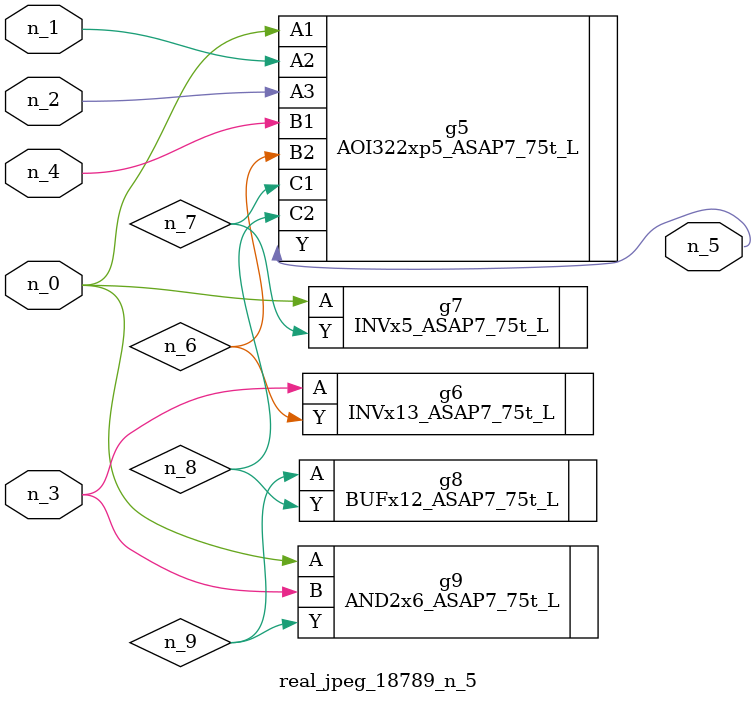
<source format=v>
module real_jpeg_18789_n_5 (n_4, n_0, n_1, n_2, n_3, n_5);

input n_4;
input n_0;
input n_1;
input n_2;
input n_3;

output n_5;

wire n_8;
wire n_6;
wire n_7;
wire n_9;

AOI322xp5_ASAP7_75t_L g5 ( 
.A1(n_0),
.A2(n_1),
.A3(n_2),
.B1(n_4),
.B2(n_6),
.C1(n_7),
.C2(n_8),
.Y(n_5)
);

INVx5_ASAP7_75t_L g7 ( 
.A(n_0),
.Y(n_7)
);

AND2x6_ASAP7_75t_L g9 ( 
.A(n_0),
.B(n_3),
.Y(n_9)
);

INVx13_ASAP7_75t_L g6 ( 
.A(n_3),
.Y(n_6)
);

BUFx12_ASAP7_75t_L g8 ( 
.A(n_9),
.Y(n_8)
);


endmodule
</source>
